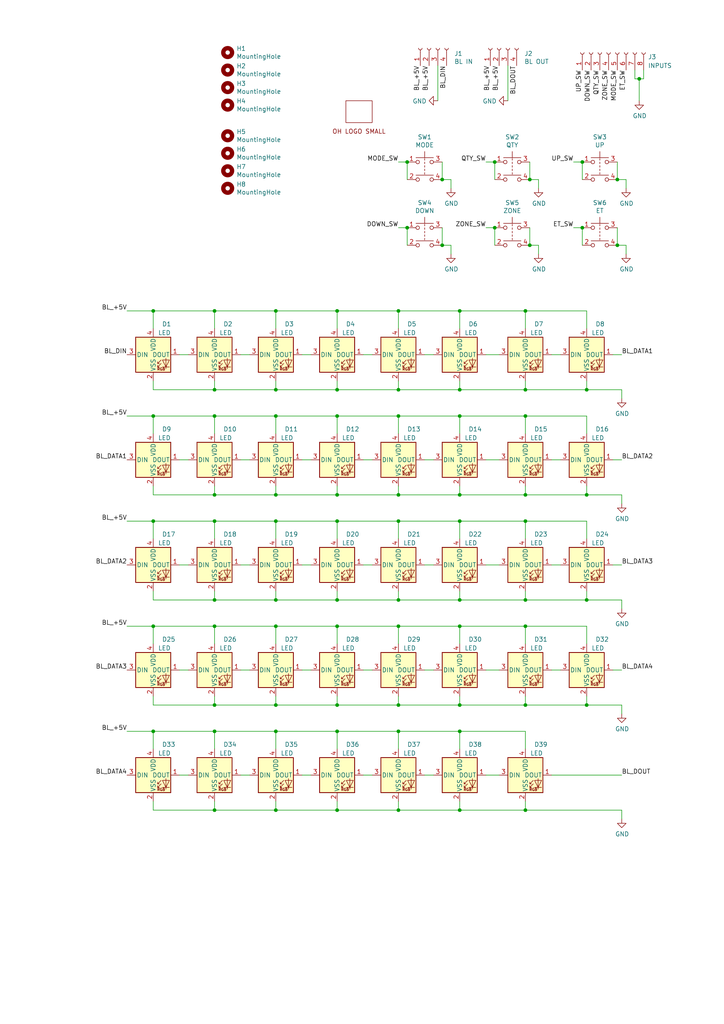
<source format=kicad_sch>
(kicad_sch (version 20211123) (generator eeschema)
  (paper "A4" portrait)
  (title_block (title "Integrated Fuel & Engine Indicator (IFEI)") (date "2021-09-19") (rev "1") (company "www.OpenHornet.com"))
  (lib_symbols
    (symbol "Connector:Conn_01x04_Female" (pin_names (offset 1.016) hide)
      (property "Reference" "J" (at 0 5.08 0))
      (property "Value" "Conn_01x04_Female" (at 0 -7.62 0))
      (symbol "Conn_01x04_Female_1_1"
        (arc (start 0 -4.572) (mid -0.508 -5.08) (end 0 -5.588) (stroke (width 0.1524)))
        (arc (start 0 -2.032) (mid -0.508 -2.54) (end 0 -3.048) (stroke (width 0.1524)))
        (polyline (pts (xy -1.27 -5.08) (xy -0.508 -5.08)) (stroke (width 0.1524)))
        (polyline (pts (xy -1.27 -2.54) (xy -0.508 -2.54)) (stroke (width 0.1524)))
        (polyline (pts (xy -1.27 0) (xy -0.508 0)) (stroke (width 0.1524)))
        (polyline (pts (xy -1.27 2.54) (xy -0.508 2.54)) (stroke (width 0.1524)))
        (arc (start 0 0.508) (mid -0.508 0) (end 0 -0.508) (stroke (width 0.1524)))
        (arc (start 0 3.048) (mid -0.508 2.54) (end 0 2.032) (stroke (width 0.1524)))
        (pin passive line (at -5.08 2.54 0) (length 3.81) (name "Pin_1") (number "1"))
        (pin passive line (at -5.08 0 0) (length 3.81) (name "Pin_2") (number "2"))
        (pin passive line (at -5.08 -2.54 0) (length 3.81) (name "Pin_3") (number "3"))
        (pin passive line (at -5.08 -5.08 0) (length 3.81) (name "Pin_4") (number "4"))
      )
    )
    (symbol "Connector:Conn_01x08_Female" (pin_names (offset 1.016) hide)
      (property "Reference" "J" (at 0 10.16 0))
      (property "Value" "Conn_01x08_Female" (at 0 -12.7 0))
      (symbol "Conn_01x08_Female_1_1"
        (arc (start 0 -9.652) (mid -0.508 -10.16) (end 0 -10.668) (stroke (width 0.1524)))
        (arc (start 0 -7.112) (mid -0.508 -7.62) (end 0 -8.128) (stroke (width 0.1524)))
        (arc (start 0 -4.572) (mid -0.508 -5.08) (end 0 -5.588) (stroke (width 0.1524)))
        (arc (start 0 -2.032) (mid -0.508 -2.54) (end 0 -3.048) (stroke (width 0.1524)))
        (polyline (pts (xy -1.27 -10.16) (xy -0.508 -10.16)) (stroke (width 0.1524)))
        (polyline (pts (xy -1.27 -7.62) (xy -0.508 -7.62)) (stroke (width 0.1524)))
        (polyline (pts (xy -1.27 -5.08) (xy -0.508 -5.08)) (stroke (width 0.1524)))
        (polyline (pts (xy -1.27 -2.54) (xy -0.508 -2.54)) (stroke (width 0.1524)))
        (polyline (pts (xy -1.27 0) (xy -0.508 0)) (stroke (width 0.1524)))
        (polyline (pts (xy -1.27 2.54) (xy -0.508 2.54)) (stroke (width 0.1524)))
        (polyline (pts (xy -1.27 5.08) (xy -0.508 5.08)) (stroke (width 0.1524)))
        (polyline (pts (xy -1.27 7.62) (xy -0.508 7.62)) (stroke (width 0.1524)))
        (arc (start 0 0.508) (mid -0.508 0) (end 0 -0.508) (stroke (width 0.1524)))
        (arc (start 0 3.048) (mid -0.508 2.54) (end 0 2.032) (stroke (width 0.1524)))
        (arc (start 0 5.588) (mid -0.508 5.08) (end 0 4.572) (stroke (width 0.1524)))
        (arc (start 0 8.128) (mid -0.508 7.62) (end 0 7.112) (stroke (width 0.1524)))
        (pin passive line (at -5.08 7.62 0) (length 3.81) (name "Pin_1") (number "1"))
        (pin passive line (at -5.08 5.08 0) (length 3.81) (name "Pin_2") (number "2"))
        (pin passive line (at -5.08 2.54 0) (length 3.81) (name "Pin_3") (number "3"))
        (pin passive line (at -5.08 0 0) (length 3.81) (name "Pin_4") (number "4"))
        (pin passive line (at -5.08 -2.54 0) (length 3.81) (name "Pin_5") (number "5"))
        (pin passive line (at -5.08 -5.08 0) (length 3.81) (name "Pin_6") (number "6"))
        (pin passive line (at -5.08 -7.62 0) (length 3.81) (name "Pin_7") (number "7"))
        (pin passive line (at -5.08 -10.16 0) (length 3.81) (name "Pin_8") (number "8"))
      )
    )
    (symbol "IFEI-rescue:WS2812B-2020-KiCadCustomLib" (pin_names (offset 0.254))
      (property "Reference" "D" (at 5.08 5.715 0))
      (property "Value" "WS2812B-2020-KiCadCustomLib" (at 1.27 -5.715 0))
      (symbol "WS2812B-2020-KiCadCustomLib_0_0"
        (text "RGB" (at 2.286 -4.191 0) (effects (font (size 0.762 0.762))))
      )
      (symbol "WS2812B-2020-KiCadCustomLib_0_1"
        (polyline (pts (xy 1.27 -3.556) (xy 1.778 -3.556)))
        (polyline (pts (xy 1.27 -2.54) (xy 1.778 -2.54)))
        (polyline (pts (xy 4.699 -3.556) (xy 2.667 -3.556)))
        (polyline (pts (xy 2.286 -2.54) (xy 1.27 -3.556) (xy 1.27 -3.048)))
        (polyline (pts (xy 2.286 -1.524) (xy 1.27 -2.54) (xy 1.27 -2.032)))
        (polyline (pts (xy 3.683 -1.016) (xy 3.683 -3.556) (xy 3.683 -4.064)))
        (polyline (pts (xy 4.699 -1.524) (xy 2.667 -1.524) (xy 3.683 -3.556) (xy 4.699 -1.524)))
        (rectangle (start 5.08 5.08) (end -5.08 -5.08) (stroke (width 0.254)) (fill (type background)))
      )
      (symbol "WS2812B-2020-KiCadCustomLib_1_1"
        (pin output line (at 7.62 0 180) (length 2.54) (name "DOUT") (number "1"))
        (pin power_in line (at 0 -7.62 90) (length 2.54) (name "VSS") (number "2"))
        (pin input line (at -7.62 0 0) (length 2.54) (name "DIN") (number "3"))
        (pin power_in line (at 0 7.62 270) (length 2.54) (name "VDD") (number "4"))
      )
    )
    (symbol "KiCadCustomLib:Omron_B3F-1026" (pin_names (offset 1.016) hide)
      (property "Reference" "SW" (at 1.27 2.54 0))
      (property "Value" "Omron_B3F-1026" (at 0 -6.858 0))
      (symbol "Omron_B3F-1026_0_1"
        (circle (center -2.032 -5.08) (radius 0.508))
        (circle (center -2.032 0) (radius 0.508))
        (polyline (pts (xy 0 -3.048) (xy 0 -3.556)))
        (polyline (pts (xy 0 -2.032) (xy 0 -2.54)))
        (polyline (pts (xy 0 -1.524) (xy 0 -1.016)))
        (polyline (pts (xy 0 -0.508) (xy 0 0)))
        (polyline (pts (xy 0 0.508) (xy 0 1.016)))
        (polyline (pts (xy 0 1.27) (xy 0 3.048)))
        (polyline (pts (xy 2.54 -3.81) (xy -2.54 -3.81)))
        (polyline (pts (xy 2.54 1.27) (xy -2.54 1.27)))
        (circle (center 2.032 -5.08) (radius 0.508))
        (circle (center 2.032 0) (radius 0.508))
        (pin passive line (at -5.08 0 0) (length 2.54) (name "1") (number "1"))
        (pin passive line (at -5.08 -5.08 0) (length 2.54) (name "2") (number "2"))
        (pin passive line (at 5.08 0 180) (length 2.54) (name "3") (number "3"))
        (pin passive line (at 5.08 -5.08 180) (length 2.54) (name "4") (number "4"))
      )
    )
    (symbol "KiCadCustomLib:OpenHornetLogoSmall" (pin_numbers hide) (pin_names (offset 0) hide)
      (symbol "OpenHornetLogoSmall_0_0"
        (text "OH LOGO SMALL" (at 0 2.54 0) (effects (font (size 1.27 1.27))))
      )
      (symbol "OpenHornetLogoSmall_0_1"
        (rectangle (start 3.81 5.08) (end -3.81 11.43))
      )
    )
    (symbol "Mechanical:MountingHole" (pin_names (offset 1.016))
      (property "Reference" "H" (at 0 5.08 0))
      (property "Value" "MountingHole" (at 0 3.175 0))
      (symbol "MountingHole_0_1"
        (circle (center 0 0) (radius 1.27) (stroke (width 1.27)))
      )
    )
    (symbol "power:GND" (power) (pin_names (offset 0))
      (property "Value" "GND" (at 0 -3.81 0))
      (symbol "GND_0_1"
        (polyline (pts (xy 0 0) (xy 0 -1.27) (xy 1.27 -1.27) (xy 0 -2.54) (xy -1.27 -1.27) (xy 0 -1.27)))
      )
      (symbol "GND_1_1"
        (pin power_in line (at 0 0 270) (length 0) hide (name "GND") (number "1"))
      )
    )
  )
  (junction (at 115.57 113.03))
  (junction (at 133.35 120.65))
  (junction (at 97.79 234.95))
  (junction (at 44.45 181.61))
  (junction (at 62.23 120.65))
  (junction (at 97.79 212.09))
  (junction (at 118.11 46.99))
  (junction (at 152.4 181.61))
  (junction (at 179.07 52.07))
  (junction (at 115.57 173.99))
  (junction (at 62.23 151.13))
  (junction (at 97.79 113.03))
  (junction (at 128.27 71.12))
  (junction (at 179.07 71.12))
  (junction (at 152.4 113.03))
  (junction (at 115.57 234.95))
  (junction (at 80.01 234.95))
  (junction (at 44.45 212.09))
  (junction (at 97.79 181.61))
  (junction (at 62.23 181.61))
  (junction (at 168.91 66.04))
  (junction (at 115.57 212.09))
  (junction (at 62.23 204.47))
  (junction (at 152.4 204.47))
  (junction (at 115.57 143.51))
  (junction (at 80.01 212.09))
  (junction (at 80.01 120.65))
  (junction (at 118.11 66.04))
  (junction (at 97.79 204.47))
  (junction (at 62.23 113.03))
  (junction (at 97.79 143.51))
  (junction (at 44.45 120.65))
  (junction (at 133.35 173.99))
  (junction (at 128.27 52.07))
  (junction (at 152.4 151.13))
  (junction (at 133.35 212.09))
  (junction (at 80.01 151.13))
  (junction (at 153.67 52.07))
  (junction (at 115.57 90.17))
  (junction (at 143.51 46.99))
  (junction (at 115.57 151.13))
  (junction (at 170.18 143.51))
  (junction (at 133.35 151.13))
  (junction (at 115.57 120.65))
  (junction (at 115.57 204.47))
  (junction (at 133.35 90.17))
  (junction (at 97.79 151.13))
  (junction (at 170.18 113.03))
  (junction (at 133.35 204.47))
  (junction (at 80.01 113.03))
  (junction (at 133.35 234.95))
  (junction (at 153.67 71.12))
  (junction (at 62.23 173.99))
  (junction (at 152.4 90.17))
  (junction (at 170.18 204.47))
  (junction (at 152.4 173.99))
  (junction (at 185.42 22.86))
  (junction (at 97.79 90.17))
  (junction (at 44.45 90.17))
  (junction (at 97.79 173.99))
  (junction (at 62.23 234.95))
  (junction (at 133.35 113.03))
  (junction (at 80.01 173.99))
  (junction (at 62.23 143.51))
  (junction (at 62.23 212.09))
  (junction (at 143.51 66.04))
  (junction (at 168.91 46.99))
  (junction (at 133.35 181.61))
  (junction (at 44.45 151.13))
  (junction (at 62.23 90.17))
  (junction (at 97.79 120.65))
  (junction (at 80.01 181.61))
  (junction (at 152.4 234.95))
  (junction (at 80.01 143.51))
  (junction (at 152.4 120.65))
  (junction (at 170.18 173.99))
  (junction (at 80.01 90.17))
  (junction (at 80.01 204.47))
  (junction (at 115.57 181.61))
  (junction (at 133.35 143.51))
  (junction (at 152.4 143.51))
  (wire (pts (xy 160.02 133.35) (xy 162.56 133.35)))
  (wire (pts (xy 97.79 125.73) (xy 97.79 120.65)))
  (wire (pts (xy 80.01 125.73) (xy 80.01 120.65)))
  (wire (pts (xy 170.18 95.25) (xy 170.18 90.17)))
  (wire (pts (xy 185.42 22.86) (xy 186.69 22.86)))
  (wire (pts (xy 80.01 143.51) (xy 97.79 143.51)))
  (wire (pts (xy 44.45 171.45) (xy 44.45 173.99)))
  (wire (pts (xy 184.15 22.86) (xy 185.42 22.86)))
  (wire (pts (xy 140.97 163.83) (xy 144.78 163.83)))
  (wire (pts (xy 177.8 133.35) (xy 180.34 133.35)))
  (wire (pts (xy 185.42 22.86) (xy 185.42 29.21)))
  (wire (pts (xy 80.01 90.17) (xy 97.79 90.17)))
  (wire (pts (xy 115.57 110.49) (xy 115.57 113.03)))
  (wire (pts (xy 160.02 224.79) (xy 180.34 224.79)))
  (wire (pts (xy 62.23 173.99) (xy 80.01 173.99)))
  (wire (pts (xy 44.45 204.47) (xy 62.23 204.47)))
  (wire (pts (xy 133.35 120.65) (xy 152.4 120.65)))
  (wire (pts (xy 69.85 163.83) (xy 72.39 163.83)))
  (wire (pts (xy 160.02 102.87) (xy 162.56 102.87)))
  (wire (pts (xy 166.37 66.04) (xy 168.91 66.04)))
  (wire (pts (xy 52.07 102.87) (xy 54.61 102.87)))
  (wire (pts (xy 44.45 173.99) (xy 62.23 173.99)))
  (wire (pts (xy 115.57 90.17) (xy 133.35 90.17)))
  (wire (pts (xy 133.35 95.25) (xy 133.35 90.17)))
  (wire (pts (xy 69.85 194.31) (xy 72.39 194.31)))
  (wire (pts (xy 115.57 143.51) (xy 133.35 143.51)))
  (wire (pts (xy 80.01 173.99) (xy 97.79 173.99)))
  (wire (pts (xy 97.79 217.17) (xy 97.79 212.09)))
  (wire (pts (xy 152.4 156.21) (xy 152.4 151.13)))
  (wire (pts (xy 36.83 90.17) (xy 44.45 90.17)))
  (wire (pts (xy 152.4 181.61) (xy 170.18 181.61)))
  (wire (pts (xy 105.41 163.83) (xy 107.95 163.83)))
  (wire (pts (xy 62.23 232.41) (xy 62.23 234.95)))
  (wire (pts (xy 97.79 140.97) (xy 97.79 143.51)))
  (wire (pts (xy 181.61 71.12) (xy 179.07 71.12)))
  (wire (pts (xy 152.4 120.65) (xy 170.18 120.65)))
  (wire (pts (xy 105.41 194.31) (xy 107.95 194.31)))
  (wire (pts (xy 180.34 143.51) (xy 180.34 146.05)))
  (wire (pts (xy 156.21 54.61) (xy 156.21 52.07)))
  (wire (pts (xy 133.35 204.47) (xy 152.4 204.47)))
  (wire (pts (xy 44.45 186.69) (xy 44.45 181.61)))
  (wire (pts (xy 133.35 201.93) (xy 133.35 204.47)))
  (wire (pts (xy 186.69 22.86) (xy 186.69 20.32)))
  (wire (pts (xy 44.45 90.17) (xy 62.23 90.17)))
  (wire (pts (xy 166.37 46.99) (xy 168.91 46.99)))
  (wire (pts (xy 123.19 224.79) (xy 125.73 224.79)))
  (wire (pts (xy 153.67 52.07) (xy 153.67 46.99)))
  (wire (pts (xy 80.01 110.49) (xy 80.01 113.03)))
  (wire (pts (xy 115.57 186.69) (xy 115.57 181.61)))
  (wire (pts (xy 133.35 234.95) (xy 152.4 234.95)))
  (wire (pts (xy 80.01 212.09) (xy 97.79 212.09)))
  (wire (pts (xy 152.4 173.99) (xy 170.18 173.99)))
  (wire (pts (xy 140.97 133.35) (xy 144.78 133.35)))
  (wire (pts (xy 52.07 133.35) (xy 54.61 133.35)))
  (wire (pts (xy 36.83 181.61) (xy 44.45 181.61)))
  (wire (pts (xy 44.45 212.09) (xy 62.23 212.09)))
  (wire (pts (xy 97.79 186.69) (xy 97.79 181.61)))
  (wire (pts (xy 44.45 140.97) (xy 44.45 143.51)))
  (wire (pts (xy 97.79 113.03) (xy 115.57 113.03)))
  (wire (pts (xy 36.83 151.13) (xy 44.45 151.13)))
  (wire (pts (xy 133.35 143.51) (xy 152.4 143.51)))
  (wire (pts (xy 115.57 173.99) (xy 133.35 173.99)))
  (wire (pts (xy 52.07 194.31) (xy 54.61 194.31)))
  (wire (pts (xy 152.4 140.97) (xy 152.4 143.51)))
  (wire (pts (xy 44.45 156.21) (xy 44.45 151.13)))
  (wire (pts (xy 115.57 181.61) (xy 133.35 181.61)))
  (wire (pts (xy 127 19.05) (xy 127 29.21)))
  (wire (pts (xy 181.61 54.61) (xy 181.61 52.07)))
  (wire (pts (xy 133.35 140.97) (xy 133.35 143.51)))
  (wire (pts (xy 130.81 54.61) (xy 130.81 52.07)))
  (wire (pts (xy 140.97 224.79) (xy 144.78 224.79)))
  (wire (pts (xy 80.01 120.65) (xy 97.79 120.65)))
  (wire (pts (xy 130.81 52.07) (xy 128.27 52.07)))
  (wire (pts (xy 118.11 46.99) (xy 118.11 52.07)))
  (wire (pts (xy 97.79 173.99) (xy 115.57 173.99)))
  (wire (pts (xy 133.35 232.41) (xy 133.35 234.95)))
  (wire (pts (xy 123.19 194.31) (xy 125.73 194.31)))
  (wire (pts (xy 44.45 232.41) (xy 44.45 234.95)))
  (wire (pts (xy 44.45 120.65) (xy 62.23 120.65)))
  (wire (pts (xy 170.18 140.97) (xy 170.18 143.51)))
  (wire (pts (xy 152.4 234.95) (xy 180.34 234.95)))
  (wire (pts (xy 156.21 52.07) (xy 153.67 52.07)))
  (wire (pts (xy 153.67 71.12) (xy 153.67 66.04)))
  (wire (pts (xy 179.07 52.07) (xy 179.07 46.99)))
  (wire (pts (xy 62.23 113.03) (xy 80.01 113.03)))
  (wire (pts (xy 44.45 181.61) (xy 62.23 181.61)))
  (wire (pts (xy 115.57 95.25) (xy 115.57 90.17)))
  (wire (pts (xy 115.57 46.99) (xy 118.11 46.99)))
  (wire (pts (xy 118.11 66.04) (xy 118.11 71.12)))
  (wire (pts (xy 152.4 113.03) (xy 170.18 113.03)))
  (wire (pts (xy 80.01 95.25) (xy 80.01 90.17)))
  (wire (pts (xy 97.79 204.47) (xy 115.57 204.47)))
  (wire (pts (xy 180.34 234.95) (xy 180.34 237.49)))
  (wire (pts (xy 177.8 102.87) (xy 180.34 102.87)))
  (wire (pts (xy 133.35 171.45) (xy 133.35 173.99)))
  (wire (pts (xy 97.79 234.95) (xy 115.57 234.95)))
  (wire (pts (xy 177.8 163.83) (xy 180.34 163.83)))
  (wire (pts (xy 87.63 163.83) (xy 90.17 163.83)))
  (wire (pts (xy 170.18 173.99) (xy 180.34 173.99)))
  (wire (pts (xy 36.83 212.09) (xy 44.45 212.09)))
  (wire (pts (xy 97.79 212.09) (xy 115.57 212.09)))
  (wire (pts (xy 97.79 232.41) (xy 97.79 234.95)))
  (wire (pts (xy 143.51 46.99) (xy 143.51 52.07)))
  (wire (pts (xy 97.79 181.61) (xy 115.57 181.61)))
  (wire (pts (xy 160.02 163.83) (xy 162.56 163.83)))
  (wire (pts (xy 180.34 204.47) (xy 180.34 207.01)))
  (wire (pts (xy 181.61 73.66) (xy 181.61 71.12)))
  (wire (pts (xy 62.23 201.93) (xy 62.23 204.47)))
  (wire (pts (xy 62.23 140.97) (xy 62.23 143.51)))
  (wire (pts (xy 80.01 113.03) (xy 97.79 113.03)))
  (wire (pts (xy 80.01 171.45) (xy 80.01 173.99)))
  (wire (pts (xy 80.01 204.47) (xy 97.79 204.47)))
  (wire (pts (xy 170.18 204.47) (xy 180.34 204.47)))
  (wire (pts (xy 69.85 102.87) (xy 72.39 102.87)))
  (wire (pts (xy 160.02 194.31) (xy 162.56 194.31)))
  (wire (pts (xy 140.97 46.99) (xy 143.51 46.99)))
  (wire (pts (xy 44.45 110.49) (xy 44.45 113.03)))
  (wire (pts (xy 140.97 66.04) (xy 143.51 66.04)))
  (wire (pts (xy 152.4 90.17) (xy 170.18 90.17)))
  (wire (pts (xy 180.34 113.03) (xy 180.34 115.57)))
  (wire (pts (xy 130.81 71.12) (xy 128.27 71.12)))
  (wire (pts (xy 170.18 171.45) (xy 170.18 173.99)))
  (wire (pts (xy 152.4 143.51) (xy 170.18 143.51)))
  (wire (pts (xy 62.23 217.17) (xy 62.23 212.09)))
  (wire (pts (xy 181.61 52.07) (xy 179.07 52.07)))
  (wire (pts (xy 170.18 143.51) (xy 180.34 143.51)))
  (wire (pts (xy 130.81 73.66) (xy 130.81 71.12)))
  (wire (pts (xy 62.23 125.73) (xy 62.23 120.65)))
  (wire (pts (xy 115.57 156.21) (xy 115.57 151.13)))
  (wire (pts (xy 115.57 120.65) (xy 133.35 120.65)))
  (wire (pts (xy 123.19 163.83) (xy 125.73 163.83)))
  (wire (pts (xy 152.4 125.73) (xy 152.4 120.65)))
  (wire (pts (xy 52.07 224.79) (xy 54.61 224.79)))
  (wire (pts (xy 97.79 110.49) (xy 97.79 113.03)))
  (wire (pts (xy 44.45 201.93) (xy 44.45 204.47)))
  (wire (pts (xy 80.01 140.97) (xy 80.01 143.51)))
  (wire (pts (xy 170.18 110.49) (xy 170.18 113.03)))
  (wire (pts (xy 170.18 113.03) (xy 180.34 113.03)))
  (wire (pts (xy 62.23 95.25) (xy 62.23 90.17)))
  (wire (pts (xy 97.79 95.25) (xy 97.79 90.17)))
  (wire (pts (xy 87.63 194.31) (xy 90.17 194.31)))
  (wire (pts (xy 170.18 125.73) (xy 170.18 120.65)))
  (wire (pts (xy 133.35 110.49) (xy 133.35 113.03)))
  (wire (pts (xy 115.57 204.47) (xy 133.35 204.47)))
  (wire (pts (xy 97.79 143.51) (xy 115.57 143.51)))
  (wire (pts (xy 80.01 181.61) (xy 97.79 181.61)))
  (wire (pts (xy 80.01 186.69) (xy 80.01 181.61)))
  (wire (pts (xy 133.35 90.17) (xy 152.4 90.17)))
  (wire (pts (xy 140.97 194.31) (xy 144.78 194.31)))
  (wire (pts (xy 62.23 120.65) (xy 80.01 120.65)))
  (wire (pts (xy 152.4 204.47) (xy 170.18 204.47)))
  (wire (pts (xy 133.35 173.99) (xy 152.4 173.99)))
  (wire (pts (xy 115.57 212.09) (xy 133.35 212.09)))
  (wire (pts (xy 152.4 201.93) (xy 152.4 204.47)))
  (wire (pts (xy 184.15 20.32) (xy 184.15 22.86)))
  (wire (pts (xy 36.83 120.65) (xy 44.45 120.65)))
  (wire (pts (xy 170.18 201.93) (xy 170.18 204.47)))
  (wire (pts (xy 115.57 66.04) (xy 118.11 66.04)))
  (wire (pts (xy 97.79 201.93) (xy 97.79 204.47)))
  (wire (pts (xy 69.85 224.79) (xy 72.39 224.79)))
  (wire (pts (xy 97.79 90.17) (xy 115.57 90.17)))
  (wire (pts (xy 52.07 163.83) (xy 54.61 163.83)))
  (wire (pts (xy 115.57 234.95) (xy 133.35 234.95)))
  (wire (pts (xy 179.07 71.12) (xy 179.07 66.04)))
  (wire (pts (xy 62.23 151.13) (xy 80.01 151.13)))
  (wire (pts (xy 133.35 217.17) (xy 133.35 212.09)))
  (wire (pts (xy 152.4 186.69) (xy 152.4 181.61)))
  (wire (pts (xy 80.01 201.93) (xy 80.01 204.47)))
  (wire (pts (xy 133.35 113.03) (xy 152.4 113.03)))
  (wire (pts (xy 152.4 151.13) (xy 170.18 151.13)))
  (wire (pts (xy 152.4 232.41) (xy 152.4 234.95)))
  (wire (pts (xy 62.23 90.17) (xy 80.01 90.17)))
  (wire (pts (xy 156.21 71.12) (xy 153.67 71.12)))
  (wire (pts (xy 87.63 102.87) (xy 90.17 102.87)))
  (wire (pts (xy 44.45 95.25) (xy 44.45 90.17)))
  (wire (pts (xy 170.18 186.69) (xy 170.18 181.61)))
  (wire (pts (xy 105.41 224.79) (xy 107.95 224.79)))
  (wire (pts (xy 133.35 212.09) (xy 152.4 212.09)))
  (wire (pts (xy 147.32 29.21) (xy 147.32 19.05)))
  (wire (pts (xy 87.63 224.79) (xy 90.17 224.79)))
  (wire (pts (xy 80.01 151.13) (xy 97.79 151.13)))
  (wire (pts (xy 156.21 73.66) (xy 156.21 71.12)))
  (wire (pts (xy 128.27 52.07) (xy 128.27 46.99)))
  (wire (pts (xy 80.01 156.21) (xy 80.01 151.13)))
  (wire (pts (xy 62.23 171.45) (xy 62.23 173.99)))
  (wire (pts (xy 44.45 217.17) (xy 44.45 212.09)))
  (wire (pts (xy 115.57 201.93) (xy 115.57 204.47)))
  (wire (pts (xy 62.23 186.69) (xy 62.23 181.61)))
  (wire (pts (xy 80.01 217.17) (xy 80.01 212.09)))
  (wire (pts (xy 62.23 181.61) (xy 80.01 181.61)))
  (wire (pts (xy 44.45 151.13) (xy 62.23 151.13)))
  (wire (pts (xy 44.45 143.51) (xy 62.23 143.51)))
  (wire (pts (xy 105.41 133.35) (xy 107.95 133.35)))
  (wire (pts (xy 62.23 156.21) (xy 62.23 151.13)))
  (wire (pts (xy 97.79 151.13) (xy 115.57 151.13)))
  (wire (pts (xy 143.51 66.04) (xy 143.51 71.12)))
  (wire (pts (xy 44.45 125.73) (xy 44.45 120.65)))
  (wire (pts (xy 87.63 133.35) (xy 90.17 133.35)))
  (wire (pts (xy 44.45 234.95) (xy 62.23 234.95)))
  (wire (pts (xy 62.23 143.51) (xy 80.01 143.51)))
  (wire (pts (xy 128.27 71.12) (xy 128.27 66.04)))
  (wire (pts (xy 115.57 232.41) (xy 115.57 234.95)))
  (wire (pts (xy 97.79 171.45) (xy 97.79 173.99)))
  (wire (pts (xy 62.23 110.49) (xy 62.23 113.03)))
  (wire (pts (xy 97.79 120.65) (xy 115.57 120.65)))
  (wire (pts (xy 133.35 181.61) (xy 152.4 181.61)))
  (wire (pts (xy 115.57 125.73) (xy 115.57 120.65)))
  (wire (pts (xy 168.91 46.99) (xy 168.91 52.07)))
  (wire (pts (xy 152.4 110.49) (xy 152.4 113.03)))
  (wire (pts (xy 115.57 171.45) (xy 115.57 173.99)))
  (wire (pts (xy 44.45 113.03) (xy 62.23 113.03)))
  (wire (pts (xy 152.4 171.45) (xy 152.4 173.99)))
  (wire (pts (xy 177.8 194.31) (xy 180.34 194.31)))
  (wire (pts (xy 123.19 133.35) (xy 125.73 133.35)))
  (wire (pts (xy 133.35 125.73) (xy 133.35 120.65)))
  (wire (pts (xy 62.23 204.47) (xy 80.01 204.47)))
  (wire (pts (xy 140.97 102.87) (xy 144.78 102.87)))
  (wire (pts (xy 180.34 173.99) (xy 180.34 176.53)))
  (wire (pts (xy 168.91 66.04) (xy 168.91 71.12)))
  (wire (pts (xy 115.57 217.17) (xy 115.57 212.09)))
  (wire (pts (xy 115.57 140.97) (xy 115.57 143.51)))
  (wire (pts (xy 152.4 95.25) (xy 152.4 90.17)))
  (wire (pts (xy 170.18 156.21) (xy 170.18 151.13)))
  (wire (pts (xy 80.01 232.41) (xy 80.01 234.95)))
  (wire (pts (xy 133.35 156.21) (xy 133.35 151.13)))
  (wire (pts (xy 69.85 133.35) (xy 72.39 133.35)))
  (wire (pts (xy 133.35 151.13) (xy 152.4 151.13)))
  (wire (pts (xy 123.19 102.87) (xy 125.73 102.87)))
  (wire (pts (xy 80.01 234.95) (xy 97.79 234.95)))
  (wire (pts (xy 133.35 186.69) (xy 133.35 181.61)))
  (wire (pts (xy 105.41 102.87) (xy 107.95 102.87)))
  (wire (pts (xy 97.79 156.21) (xy 97.79 151.13)))
  (wire (pts (xy 115.57 113.03) (xy 133.35 113.03)))
  (wire (pts (xy 62.23 234.95) (xy 80.01 234.95)))
  (wire (pts (xy 115.57 151.13) (xy 133.35 151.13)))
  (wire (pts (xy 152.4 217.17) (xy 152.4 212.09)))
  (wire (pts (xy 62.23 212.09) (xy 80.01 212.09)))
  (label "BL_DATA1" (at 36.83 133.35 180))
  (label "BL_DATA3" (at 180.34 163.83 0))
  (label "QTY_SW" (at 173.99 20.32 270))
  (label "ET_SW" (at 181.61 20.32 270))
  (label "BL_+5V" (at 121.92 19.05 270))
  (label "BL_DATA4" (at 180.34 194.31 0))
  (label "BL_+5V" (at 36.83 181.61 180))
  (label "ZONE_SW" (at 176.53 20.32 270))
  (label "MODE_SW" (at 179.07 20.32 270))
  (label "BL_DOUT" (at 149.86 19.05 270))
  (label "BL_+5V" (at 36.83 90.17 180))
  (label "BL_DIN" (at 129.54 19.05 270))
  (label "MODE_SW" (at 115.57 46.99 180))
  (label "BL_+5V" (at 142.24 19.05 270))
  (label "BL_+5V" (at 124.46 19.05 270))
  (label "BL_DATA3" (at 36.83 194.31 180))
  (label "BL_DATA2" (at 180.34 133.35 0))
  (label "BL_DATA2" (at 36.83 163.83 180))
  (label "DOWN_SW" (at 171.45 20.32 270))
  (label "QTY_SW" (at 140.97 46.99 180))
  (label "BL_DOUT" (at 180.34 224.79 0))
  (label "BL_+5V" (at 36.83 151.13 180))
  (label "ET_SW" (at 166.37 66.04 180))
  (label "BL_+5V" (at 36.83 120.65 180))
  (label "UP_SW" (at 166.37 46.99 180))
  (label "ZONE_SW" (at 140.97 66.04 180))
  (label "BL_DIN" (at 36.83 102.87 180))
  (label "BL_DATA1" (at 180.34 102.87 0))
  (label "BL_+5V" (at 144.78 19.05 270))
  (label "BL_DATA4" (at 36.83 224.79 180))
  (label "DOWN_SW" (at 115.57 66.04 180))
  (label "BL_+5V" (at 36.83 212.09 180))
  (label "UP_SW" (at 168.91 20.32 270))
  (symbol (lib_id "power:GND") (at 130.81 54.61 0) (unit 1)
    (property "Reference" "#PWR04" (effects hide))
    (property "Value" "GND" (at 130.937 59.0042 0))
  )
  (symbol (lib_id "Connector:Conn_01x04_Female") (at 124.46 13.97 90) (unit 1)
    (property "Reference" "J1" (at 131.7752 15.5448 90) (effects (justify right)))
    (property "Value" "BL IN" (at 131.7752 17.8562 90) (effects (justify right)))
    (property "Footprint" "Connector_Molex:Molex_Mini-Fit_Jr_5566-04A_2x02_P4.20mm_Vertical" (effects hide))
  )
  (symbol (lib_id "Connector:Conn_01x04_Female") (at 144.78 13.97 90) (unit 1)
    (property "Reference" "J2" (at 152.0952 15.5448 90) (effects (justify right)))
    (property "Value" "BL OUT" (at 152.0952 17.8562 90) (effects (justify right)))
    (property "Footprint" "Connector_Molex:Molex_Mini-Fit_Jr_5566-04A_2x02_P4.20mm_Vertical" (effects hide))
  )
  (symbol (lib_id "power:GND") (at 127 29.21 270) (unit 1)
    (property "Reference" "#PWR01" (effects hide))
    (property "Value" "GND" (at 123.7488 29.337 90) (effects (justify right)))
  )
  (symbol (lib_id "Connector:Conn_01x08_Female") (at 176.53 15.24 90) (unit 1)
    (property "Reference" "J3" (at 187.96 16.51 90) (effects (justify right)))
    (property "Value" "INPUTS" (at 187.96 19.05 90) (effects (justify right)))
    (property "Footprint" "Connector_PinHeader_2.54mm:PinHeader_2x04_P2.54mm_Vertical" (effects hide))
  )
  (symbol (lib_id "power:GND") (at 147.32 29.21 270) (unit 1)
    (property "Reference" "#PWR02" (effects hide))
    (property "Value" "GND" (at 144.0688 29.337 90) (effects (justify right)))
  )
  (symbol (lib_id "Mechanical:MountingHole") (at 66.04 20.32 0) (unit 1)
    (property "Reference" "H2" (at 68.58 19.1516 0) (effects (justify left)))
    (property "Value" "MountingHole" (at 68.58 21.463 0) (effects (justify left)))
    (property "Footprint" "MountingHole:MountingHole_4.5mm" (effects hide))
  )
  (symbol (lib_id "Mechanical:MountingHole") (at 66.04 25.4 0) (unit 1)
    (property "Reference" "H3" (at 68.58 24.2316 0) (effects (justify left)))
    (property "Value" "MountingHole" (at 68.58 26.543 0) (effects (justify left)))
    (property "Footprint" "MountingHole:MountingHole_4.5mm" (effects hide))
  )
  (symbol (lib_id "Mechanical:MountingHole") (at 66.04 30.48 0) (unit 1)
    (property "Reference" "H4" (at 68.58 29.3116 0) (effects (justify left)))
    (property "Value" "MountingHole" (at 68.58 31.623 0) (effects (justify left)))
    (property "Footprint" "MountingHole:MountingHole_4.5mm" (effects hide))
  )
  (symbol (lib_id "power:GND") (at 181.61 73.66 0) (unit 1)
    (property "Reference" "#PWR09" (effects hide))
    (property "Value" "GND" (at 181.737 78.0542 0))
  )
  (symbol (lib_id "KiCadCustomLib:Omron_B3F-1026") (at 173.99 66.04 0) (unit 1)
    (property "Reference" "SW6" (at 173.99 58.801 0))
    (property "Value" "ET" (at 173.99 61.1124 0))
    (property "Footprint" "Button_Switch_THT:SW_TH_Tactile_Omron_B3F-10xx" (effects hide))
  )
  (symbol (lib_id "KiCadCustomLib:Omron_B3F-1026") (at 123.19 46.99 0) (unit 1)
    (property "Reference" "SW1" (at 123.19 39.751 0))
    (property "Value" "MODE" (at 123.19 42.0624 0))
    (property "Footprint" "Button_Switch_THT:SW_TH_Tactile_Omron_B3F-10xx" (effects hide))
  )
  (symbol (lib_id "power:GND") (at 156.21 54.61 0) (unit 1)
    (property "Reference" "#PWR05" (effects hide))
    (property "Value" "GND" (at 156.337 59.0042 0))
  )
  (symbol (lib_id "KiCadCustomLib:Omron_B3F-1026") (at 148.59 46.99 0) (unit 1)
    (property "Reference" "SW2" (at 148.59 39.751 0))
    (property "Value" "QTY" (at 148.59 42.0624 0))
    (property "Footprint" "Button_Switch_THT:SW_TH_Tactile_Omron_B3F-10xx" (effects hide))
  )
  (symbol (lib_id "power:GND") (at 181.61 54.61 0) (unit 1)
    (property "Reference" "#PWR06" (effects hide))
    (property "Value" "GND" (at 181.737 59.0042 0))
  )
  (symbol (lib_id "KiCadCustomLib:Omron_B3F-1026") (at 173.99 46.99 0) (unit 1)
    (property "Reference" "SW3" (at 173.99 39.751 0))
    (property "Value" "UP" (at 173.99 42.0624 0))
    (property "Footprint" "Button_Switch_THT:SW_TH_Tactile_Omron_B3F-10xx" (effects hide))
  )
  (symbol (lib_id "power:GND") (at 130.81 73.66 0) (unit 1)
    (property "Reference" "#PWR07" (effects hide))
    (property "Value" "GND" (at 130.937 78.0542 0))
  )
  (symbol (lib_id "KiCadCustomLib:Omron_B3F-1026") (at 123.19 66.04 0) (unit 1)
    (property "Reference" "SW4" (at 123.19 58.801 0))
    (property "Value" "DOWN" (at 123.19 61.1124 0))
    (property "Footprint" "Button_Switch_THT:SW_TH_Tactile_Omron_B3F-10xx" (effects hide))
  )
  (symbol (lib_id "power:GND") (at 156.21 73.66 0) (unit 1)
    (property "Reference" "#PWR08" (effects hide))
    (property "Value" "GND" (at 156.337 78.0542 0))
  )
  (symbol (lib_id "KiCadCustomLib:Omron_B3F-1026") (at 148.59 66.04 0) (unit 1)
    (property "Reference" "SW5" (at 148.59 58.801 0))
    (property "Value" "ZONE" (at 148.59 61.1124 0))
    (property "Footprint" "Button_Switch_THT:SW_TH_Tactile_Omron_B3F-10xx" (effects hide))
  )
  (symbol (lib_id "power:GND") (at 185.42 29.21 0) (unit 1)
    (property "Reference" "#PWR03" (effects hide))
    (property "Value" "GND" (at 185.547 33.6042 0))
  )
  (symbol (lib_id "IFEI-rescue:WS2812B-2020-KiCadCustomLib") (at 97.79 102.87 0) (unit 1)
    (property "Reference" "D4" (at 100.33 93.98 0) (effects (justify left)))
    (property "Value" "LED" (at 102.87 96.52 0) (effects (justify right)))
    (property "Footprint" "KiCAD Libraries:WS2812-2020" (effects hide))
    (property "Datasheet" "https://www.mouser.com/pdfDocs/WS2812B-2020_V10_EN_181106150240761.pdf" (effects hide))
    (property "LCSC" "C965555" (effects hide))
  )
  (symbol (lib_id "IFEI-rescue:WS2812B-2020-KiCadCustomLib") (at 115.57 102.87 0) (unit 1)
    (property "Reference" "D5" (at 118.11 93.98 0) (effects (justify left)))
    (property "Value" "LED" (at 120.65 96.52 0) (effects (justify right)))
    (property "Footprint" "KiCAD Libraries:WS2812-2020" (effects hide))
    (property "Datasheet" "https://www.mouser.com/pdfDocs/WS2812B-2020_V10_EN_181106150240761.pdf" (effects hide))
    (property "LCSC" "C965555" (effects hide))
  )
  (symbol (lib_id "IFEI-rescue:WS2812B-2020-KiCadCustomLib") (at 133.35 102.87 0) (unit 1)
    (property "Reference" "D6" (at 135.89 93.98 0) (effects (justify left)))
    (property "Value" "LED" (at 138.43 96.52 0) (effects (justify right)))
    (property "Footprint" "KiCAD Libraries:WS2812-2020" (effects hide))
    (property "Datasheet" "https://www.mouser.com/pdfDocs/WS2812B-2020_V10_EN_181106150240761.pdf" (effects hide))
    (property "LCSC" "C965555" (effects hide))
  )
  (symbol (lib_id "IFEI-rescue:WS2812B-2020-KiCadCustomLib") (at 152.4 102.87 0) (unit 1)
    (property "Reference" "D7" (at 154.94 93.98 0) (effects (justify left)))
    (property "Value" "LED" (at 157.48 96.52 0) (effects (justify right)))
    (property "Footprint" "KiCAD Libraries:WS2812-2020" (effects hide))
    (property "Datasheet" "https://www.mouser.com/pdfDocs/WS2812B-2020_V10_EN_181106150240761.pdf" (effects hide))
    (property "LCSC" "C965555" (effects hide))
  )
  (symbol (lib_id "IFEI-rescue:WS2812B-2020-KiCadCustomLib") (at 170.18 102.87 0) (unit 1)
    (property "Reference" "D8" (at 172.72 93.98 0) (effects (justify left)))
    (property "Value" "LED" (at 175.26 96.52 0) (effects (justify right)))
    (property "Footprint" "KiCAD Libraries:WS2812-2020" (effects hide))
    (property "Datasheet" "https://www.mouser.com/pdfDocs/WS2812B-2020_V10_EN_181106150240761.pdf" (effects hide))
    (property "LCSC" "C965555" (effects hide))
  )
  (symbol (lib_id "power:GND") (at 180.34 115.57 0) (unit 1)
    (property "Reference" "#PWR010" (effects hide))
    (property "Value" "GND" (at 180.467 119.9642 0))
  )
  (symbol (lib_id "IFEI-rescue:WS2812B-2020-KiCadCustomLib") (at 44.45 133.35 0) (unit 1)
    (property "Reference" "D9" (at 46.99 124.46 0) (effects (justify left)))
    (property "Value" "LED" (at 49.53 127 0) (effects (justify right)))
    (property "Footprint" "KiCAD Libraries:WS2812-2020" (effects hide))
    (property "Datasheet" "https://www.mouser.com/pdfDocs/WS2812B-2020_V10_EN_181106150240761.pdf" (effects hide))
    (property "LCSC" "C965555" (effects hide))
  )
  (symbol (lib_id "IFEI-rescue:WS2812B-2020-KiCadCustomLib") (at 62.23 133.35 0) (unit 1)
    (property "Reference" "D10" (at 64.77 124.46 0) (effects (justify left)))
    (property "Value" "LED" (at 67.31 127 0) (effects (justify right)))
    (property "Footprint" "KiCAD Libraries:WS2812-2020" (effects hide))
    (property "Datasheet" "https://www.mouser.com/pdfDocs/WS2812B-2020_V10_EN_181106150240761.pdf" (effects hide))
    (property "LCSC" "C965555" (effects hide))
  )
  (symbol (lib_id "IFEI-rescue:WS2812B-2020-KiCadCustomLib") (at 80.01 133.35 0) (unit 1)
    (property "Reference" "D11" (at 82.55 124.46 0) (effects (justify left)))
    (property "Value" "LED" (at 85.09 127 0) (effects (justify right)))
    (property "Footprint" "KiCAD Libraries:WS2812-2020" (effects hide))
    (property "Datasheet" "https://www.mouser.com/pdfDocs/WS2812B-2020_V10_EN_181106150240761.pdf" (effects hide))
    (property "LCSC" "C965555" (effects hide))
  )
  (symbol (lib_id "IFEI-rescue:WS2812B-2020-KiCadCustomLib") (at 152.4 133.35 0) (unit 1)
    (property "Reference" "D15" (at 154.94 124.46 0) (effects (justify left)))
    (property "Value" "LED" (at 157.48 127 0) (effects (justify right)))
    (property "Footprint" "KiCAD Libraries:WS2812-2020" (effects hide))
    (property "Datasheet" "https://www.mouser.com/pdfDocs/WS2812B-2020_V10_EN_181106150240761.pdf" (effects hide))
    (property "LCSC" "C965555" (effects hide))
  )
  (symbol (lib_id "IFEI-rescue:WS2812B-2020-KiCadCustomLib") (at 170.18 133.35 0) (unit 1)
    (property "Reference" "D16" (at 172.72 124.46 0) (effects (justify left)))
    (property "Value" "LED" (at 175.26 127 0) (effects (justify right)))
    (property "Footprint" "KiCAD Libraries:WS2812-2020" (effects hide))
    (property "Datasheet" "https://www.mouser.com/pdfDocs/WS2812B-2020_V10_EN_181106150240761.pdf" (effects hide))
    (property "LCSC" "C965555" (effects hide))
  )
  (symbol (lib_id "power:GND") (at 180.34 146.05 0) (unit 1)
    (property "Reference" "#PWR011" (effects hide))
    (property "Value" "GND" (at 180.467 150.4442 0))
  )
  (symbol (lib_id "IFEI-rescue:WS2812B-2020-KiCadCustomLib") (at 80.01 102.87 0) (unit 1)
    (property "Reference" "D3" (at 82.55 93.98 0) (effects (justify left)))
    (property "Value" "LED" (at 85.09 96.52 0) (effects (justify right)))
    (property "Footprint" "KiCAD Libraries:WS2812-2020" (effects hide))
    (property "Datasheet" "https://www.mouser.com/pdfDocs/WS2812B-2020_V10_EN_181106150240761.pdf" (effects hide))
    (property "LCSC" "C965555" (effects hide))
  )
  (symbol (lib_id "IFEI-rescue:WS2812B-2020-KiCadCustomLib") (at 62.23 102.87 0) (unit 1)
    (property "Reference" "D2" (at 64.77 93.98 0) (effects (justify left)))
    (property "Value" "LED" (at 67.31 96.52 0) (effects (justify right)))
    (property "Footprint" "KiCAD Libraries:WS2812-2020" (effects hide))
    (property "Datasheet" "https://www.mouser.com/pdfDocs/WS2812B-2020_V10_EN_181106150240761.pdf" (effects hide))
    (property "LCSC" "C965555" (effects hide))
  )
  (symbol (lib_id "IFEI-rescue:WS2812B-2020-KiCadCustomLib") (at 44.45 102.87 0) (unit 1)
    (property "Reference" "D1" (at 46.99 93.98 0) (effects (justify left)))
    (property "Value" "LED" (at 49.53 96.52 0) (effects (justify right)))
    (property "Footprint" "KiCAD Libraries:WS2812-2020" (effects hide))
    (property "Datasheet" "https://www.mouser.com/pdfDocs/WS2812B-2020_V10_EN_181106150240761.pdf" (effects hide))
    (property "LCSC" "C965555" (effects hide))
  )
  (symbol (lib_id "IFEI-rescue:WS2812B-2020-KiCadCustomLib") (at 97.79 133.35 0) (unit 1)
    (property "Reference" "D12" (at 100.33 124.46 0) (effects (justify left)))
    (property "Value" "LED" (at 102.87 127 0) (effects (justify right)))
    (property "Footprint" "KiCAD Libraries:WS2812-2020" (effects hide))
    (property "Datasheet" "https://www.mouser.com/pdfDocs/WS2812B-2020_V10_EN_181106150240761.pdf" (effects hide))
    (property "LCSC" "C965555" (effects hide))
  )
  (symbol (lib_id "IFEI-rescue:WS2812B-2020-KiCadCustomLib") (at 115.57 133.35 0) (unit 1)
    (property "Reference" "D13" (at 118.11 124.46 0) (effects (justify left)))
    (property "Value" "LED" (at 120.65 127 0) (effects (justify right)))
    (property "Footprint" "KiCAD Libraries:WS2812-2020" (effects hide))
    (property "Datasheet" "https://www.mouser.com/pdfDocs/WS2812B-2020_V10_EN_181106150240761.pdf" (effects hide))
    (property "LCSC" "C965555" (effects hide))
  )
  (symbol (lib_id "IFEI-rescue:WS2812B-2020-KiCadCustomLib") (at 44.45 163.83 0) (unit 1)
    (property "Reference" "D17" (at 46.99 154.94 0) (effects (justify left)))
    (property "Value" "LED" (at 49.53 157.48 0) (effects (justify right)))
    (property "Footprint" "KiCAD Libraries:WS2812-2020" (effects hide))
    (property "Datasheet" "https://www.mouser.com/pdfDocs/WS2812B-2020_V10_EN_181106150240761.pdf" (effects hide))
    (property "LCSC" "C965555" (effects hide))
  )
  (symbol (lib_id "IFEI-rescue:WS2812B-2020-KiCadCustomLib") (at 62.23 163.83 0) (unit 1)
    (property "Reference" "D18" (at 64.77 154.94 0) (effects (justify left)))
    (property "Value" "LED" (at 67.31 157.48 0) (effects (justify right)))
    (property "Footprint" "KiCAD Libraries:WS2812-2020" (effects hide))
    (property "Datasheet" "https://www.mouser.com/pdfDocs/WS2812B-2020_V10_EN_181106150240761.pdf" (effects hide))
    (property "LCSC" "C965555" (effects hide))
  )
  (symbol (lib_id "IFEI-rescue:WS2812B-2020-KiCadCustomLib") (at 80.01 163.83 0) (unit 1)
    (property "Reference" "D19" (at 82.55 154.94 0) (effects (justify left)))
    (property "Value" "LED" (at 85.09 157.48 0) (effects (justify right)))
    (property "Footprint" "KiCAD Libraries:WS2812-2020" (effects hide))
    (property "Datasheet" "https://www.mouser.com/pdfDocs/WS2812B-2020_V10_EN_181106150240761.pdf" (effects hide))
    (property "LCSC" "C965555" (effects hide))
  )
  (symbol (lib_id "IFEI-rescue:WS2812B-2020-KiCadCustomLib") (at 97.79 163.83 0) (unit 1)
    (property "Reference" "D20" (at 100.33 154.94 0) (effects (justify left)))
    (property "Value" "LED" (at 102.87 157.48 0) (effects (justify right)))
    (property "Footprint" "KiCAD Libraries:WS2812-2020" (effects hide))
    (property "Datasheet" "https://www.mouser.com/pdfDocs/WS2812B-2020_V10_EN_181106150240761.pdf" (effects hide))
    (property "LCSC" "C965555" (effects hide))
  )
  (symbol (lib_id "IFEI-rescue:WS2812B-2020-KiCadCustomLib") (at 115.57 163.83 0) (unit 1)
    (property "Reference" "D21" (at 118.11 154.94 0) (effects (justify left)))
    (property "Value" "LED" (at 120.65 157.48 0) (effects (justify right)))
    (property "Footprint" "KiCAD Libraries:WS2812-2020" (effects hide))
    (property "Datasheet" "https://www.mouser.com/pdfDocs/WS2812B-2020_V10_EN_181106150240761.pdf" (effects hide))
    (property "LCSC" "C965555" (effects hide))
  )
  (symbol (lib_id "IFEI-rescue:WS2812B-2020-KiCadCustomLib") (at 133.35 163.83 0) (unit 1)
    (property "Reference" "D22" (at 135.89 154.94 0) (effects (justify left)))
    (property "Value" "LED" (at 138.43 157.48 0) (effects (justify right)))
    (property "Footprint" "KiCAD Libraries:WS2812-2020" (effects hide))
    (property "Datasheet" "https://www.mouser.com/pdfDocs/WS2812B-2020_V10_EN_181106150240761.pdf" (effects hide))
    (property "LCSC" "C965555" (effects hide))
  )
  (symbol (lib_id "IFEI-rescue:WS2812B-2020-KiCadCustomLib") (at 152.4 163.83 0) (unit 1)
    (property "Reference" "D23" (at 154.94 154.94 0) (effects (justify left)))
    (property "Value" "LED" (at 157.48 157.48 0) (effects (justify right)))
    (property "Footprint" "KiCAD Libraries:WS2812-2020" (effects hide))
    (property "Datasheet" "https://www.mouser.com/pdfDocs/WS2812B-2020_V10_EN_181106150240761.pdf" (effects hide))
    (property "LCSC" "C965555" (effects hide))
  )
  (symbol (lib_id "IFEI-rescue:WS2812B-2020-KiCadCustomLib") (at 170.18 163.83 0) (unit 1)
    (property "Reference" "D24" (at 172.72 154.94 0) (effects (justify left)))
    (property "Value" "LED" (at 175.26 157.48 0) (effects (justify right)))
    (property "Footprint" "KiCAD Libraries:WS2812-2020" (effects hide))
    (property "Datasheet" "https://www.mouser.com/pdfDocs/WS2812B-2020_V10_EN_181106150240761.pdf" (effects hide))
    (property "LCSC" "C965555" (effects hide))
  )
  (symbol (lib_id "power:GND") (at 180.34 176.53 0) (unit 1)
    (property "Reference" "#PWR012" (effects hide))
    (property "Value" "GND" (at 180.467 180.9242 0))
  )
  (symbol (lib_id "IFEI-rescue:WS2812B-2020-KiCadCustomLib") (at 44.45 194.31 0) (unit 1)
    (property "Reference" "D25" (at 46.99 185.42 0) (effects (justify left)))
    (property "Value" "LED" (at 49.53 187.96 0) (effects (justify right)))
    (property "Footprint" "KiCAD Libraries:WS2812-2020" (effects hide))
    (property "Datasheet" "https://www.mouser.com/pdfDocs/WS2812B-2020_V10_EN_181106150240761.pdf" (effects hide))
    (property "LCSC" "C965555" (effects hide))
  )
  (symbol (lib_id "IFEI-rescue:WS2812B-2020-KiCadCustomLib") (at 62.23 194.31 0) (unit 1)
    (property "Reference" "D26" (at 64.77 185.42 0) (effects (justify left)))
    (property "Value" "LED" (at 67.31 187.96 0) (effects (justify right)))
    (property "Footprint" "KiCAD Libraries:WS2812-2020" (effects hide))
    (property "Datasheet" "https://www.mouser.com/pdfDocs/WS2812B-2020_V10_EN_181106150240761.pdf" (effects hide))
    (property "LCSC" "C965555" (effects hide))
  )
  (symbol (lib_id "IFEI-rescue:WS2812B-2020-KiCadCustomLib") (at 80.01 194.31 0) (unit 1)
    (property "Reference" "D27" (at 82.55 185.42 0) (effects (justify left)))
    (property "Value" "LED" (at 85.09 187.96 0) (effects (justify right)))
    (property "Footprint" "KiCAD Libraries:WS2812-2020" (effects hide))
    (property "Datasheet" "https://www.mouser.com/pdfDocs/WS2812B-2020_V10_EN_181106150240761.pdf" (effects hide))
    (property "LCSC" "C965555" (effects hide))
  )
  (symbol (lib_id "IFEI-rescue:WS2812B-2020-KiCadCustomLib") (at 97.79 194.31 0) (unit 1)
    (property "Reference" "D28" (at 100.33 185.42 0) (effects (justify left)))
    (property "Value" "LED" (at 102.87 187.96 0) (effects (justify right)))
    (property "Footprint" "KiCAD Libraries:WS2812-2020" (effects hide))
    (property "Datasheet" "https://www.mouser.com/pdfDocs/WS2812B-2020_V10_EN_181106150240761.pdf" (effects hide))
    (property "LCSC" "C965555" (effects hide))
  )
  (symbol (lib_id "IFEI-rescue:WS2812B-2020-KiCadCustomLib") (at 115.57 194.31 0) (unit 1)
    (property "Reference" "D29" (at 118.11 185.42 0) (effects (justify left)))
    (property "Value" "LED" (at 120.65 187.96 0) (effects (justify right)))
    (property "Footprint" "KiCAD Libraries:WS2812-2020" (effects hide))
    (property "Datasheet" "https://www.mouser.com/pdfDocs/WS2812B-2020_V10_EN_181106150240761.pdf" (effects hide))
    (property "LCSC" "C965555" (effects hide))
  )
  (symbol (lib_id "IFEI-rescue:WS2812B-2020-KiCadCustomLib") (at 133.35 194.31 0) (unit 1)
    (property "Reference" "D30" (at 135.89 185.42 0) (effects (justify left)))
    (property "Value" "LED" (at 138.43 187.96 0) (effects (justify right)))
    (property "Footprint" "KiCAD Libraries:WS2812-2020" (effects hide))
    (property "Datasheet" "https://www.mouser.com/pdfDocs/WS2812B-2020_V10_EN_181106150240761.pdf" (effects hide))
    (property "LCSC" "C965555" (effects hide))
  )
  (symbol (lib_id "power:GND") (at 180.34 207.01 0) (unit 1)
    (property "Reference" "#PWR013" (effects hide))
    (property "Value" "GND" (at 180.467 211.4042 0))
  )
  (symbol (lib_id "IFEI-rescue:WS2812B-2020-KiCadCustomLib") (at 133.35 133.35 0) (unit 1)
    (property "Reference" "D14" (at 135.89 124.46 0) (effects (justify left)))
    (property "Value" "LED" (at 138.43 127 0) (effects (justify right)))
    (property "Footprint" "KiCAD Libraries:WS2812-2020" (effects hide))
    (property "Datasheet" "https://www.mouser.com/pdfDocs/WS2812B-2020_V10_EN_181106150240761.pdf" (effects hide))
    (property "LCSC" "C965555" (effects hide))
  )
  (symbol (lib_id "IFEI-rescue:WS2812B-2020-KiCadCustomLib") (at 152.4 194.31 0) (unit 1)
    (property "Reference" "D31" (at 154.94 185.42 0) (effects (justify left)))
    (property "Value" "LED" (at 157.48 187.96 0) (effects (justify right)))
    (property "Footprint" "KiCAD Libraries:WS2812-2020" (effects hide))
    (property "Datasheet" "https://www.mouser.com/pdfDocs/WS2812B-2020_V10_EN_181106150240761.pdf" (effects hide))
    (property "LCSC" "C965555" (effects hide))
  )
  (symbol (lib_id "IFEI-rescue:WS2812B-2020-KiCadCustomLib") (at 170.18 194.31 0) (unit 1)
    (property "Reference" "D32" (at 172.72 185.42 0) (effects (justify left)))
    (property "Value" "LED" (at 175.26 187.96 0) (effects (justify right)))
    (property "Footprint" "KiCAD Libraries:WS2812-2020" (effects hide))
    (property "Datasheet" "https://www.mouser.com/pdfDocs/WS2812B-2020_V10_EN_181106150240761.pdf" (effects hide))
    (property "LCSC" "C965555" (effects hide))
  )
  (symbol (lib_id "IFEI-rescue:WS2812B-2020-KiCadCustomLib") (at 44.45 224.79 0) (unit 1)
    (property "Reference" "D33" (at 46.99 215.9 0) (effects (justify left)))
    (property "Value" "LED" (at 49.53 218.44 0) (effects (justify right)))
    (property "Footprint" "KiCAD Libraries:WS2812-2020" (effects hide))
    (property "Datasheet" "https://www.mouser.com/pdfDocs/WS2812B-2020_V10_EN_181106150240761.pdf" (effects hide))
    (property "LCSC" "C965555" (effects hide))
  )
  (symbol (lib_id "IFEI-rescue:WS2812B-2020-KiCadCustomLib") (at 62.23 224.79 0) (unit 1)
    (property "Reference" "D34" (at 64.77 215.9 0) (effects (justify left)))
    (property "Value" "LED" (at 67.31 218.44 0) (effects (justify right)))
    (property "Footprint" "KiCAD Libraries:WS2812-2020" (effects hide))
    (property "Datasheet" "https://www.mouser.com/pdfDocs/WS2812B-2020_V10_EN_181106150240761.pdf" (effects hide))
    (property "LCSC" "C965555" (effects hide))
  )
  (symbol (lib_id "IFEI-rescue:WS2812B-2020-KiCadCustomLib") (at 80.01 224.79 0) (unit 1)
    (property "Reference" "D35" (at 82.55 215.9 0) (effects (justify left)))
    (property "Value" "LED" (at 85.09 218.44 0) (effects (justify right)))
    (property "Footprint" "KiCAD Libraries:WS2812-2020" (effects hide))
    (property "Datasheet" "https://www.mouser.com/pdfDocs/WS2812B-2020_V10_EN_181106150240761.pdf" (effects hide))
    (property "LCSC" "C965555" (effects hide))
  )
  (symbol (lib_id "IFEI-rescue:WS2812B-2020-KiCadCustomLib") (at 97.79 224.79 0) (unit 1)
    (property "Reference" "D36" (at 100.33 215.9 0) (effects (justify left)))
    (property "Value" "LED" (at 102.87 218.44 0) (effects (justify right)))
    (property "Footprint" "KiCAD Libraries:WS2812-2020" (effects hide))
    (property "Datasheet" "https://www.mouser.com/pdfDocs/WS2812B-2020_V10_EN_181106150240761.pdf" (effects hide))
    (property "LCSC" "C965555" (effects hide))
  )
  (symbol (lib_id "IFEI-rescue:WS2812B-2020-KiCadCustomLib") (at 115.57 224.79 0) (unit 1)
    (property "Reference" "D37" (at 118.11 215.9 0) (effects (justify left)))
    (property "Value" "LED" (at 120.65 218.44 0) (effects (justify right)))
    (property "Footprint" "KiCAD Libraries:WS2812-2020" (effects hide))
    (property "Datasheet" "https://www.mouser.com/pdfDocs/WS2812B-2020_V10_EN_181106150240761.pdf" (effects hide))
    (property "LCSC" "C965555" (effects hide))
  )
  (symbol (lib_id "IFEI-rescue:WS2812B-2020-KiCadCustomLib") (at 133.35 224.79 0) (unit 1)
    (property "Reference" "D38" (at 135.89 215.9 0) (effects (justify left)))
    (property "Value" "LED" (at 138.43 218.44 0) (effects (justify right)))
    (property "Footprint" "KiCAD Libraries:WS2812-2020" (effects hide))
    (property "Datasheet" "https://www.mouser.com/pdfDocs/WS2812B-2020_V10_EN_181106150240761.pdf" (effects hide))
    (property "LCSC" "C965555" (effects hide))
  )
  (symbol (lib_id "power:GND") (at 180.34 237.49 0) (unit 1)
    (property "Reference" "#PWR014" (effects hide))
    (property "Value" "GND" (at 180.467 241.8842 0))
  )
  (symbol (lib_id "IFEI-rescue:WS2812B-2020-KiCadCustomLib") (at 152.4 224.79 0) (unit 1)
    (property "Reference" "D39" (at 154.94 215.9 0) (effects (justify left)))
    (property "Value" "LED" (at 157.48 218.44 0) (effects (justify right)))
    (property "Footprint" "KiCAD Libraries:WS2812-2020" (effects hide))
    (property "Datasheet" "https://www.mouser.com/pdfDocs/WS2812B-2020_V10_EN_181106150240761.pdf" (effects hide))
    (property "LCSC" "C965555" (effects hide))
  )
  (symbol (lib_id "KiCadCustomLib:OpenHornetLogoSmall") (at 104.14 40.64 0) (unit 1)
    (property "Reference" "LOGO1" (effects hide))
    (property "Value" "OpenHornetLogoSmall" (effects hide))
    (property "Footprint" "KiCAD Libraries:OH_LOGO_75.4mm_11.9mm" (effects hide))
  )
  (symbol (lib_id "Mechanical:MountingHole") (at 66.04 39.37 0) (unit 1)
    (property "Reference" "H5" (at 68.58 38.2016 0) (effects (justify left)))
    (property "Value" "MountingHole" (at 68.58 40.513 0) (effects (justify left)))
    (property "Footprint" "MountingHole:MountingHole_2.2mm_M2_DIN965" (effects hide))
  )
  (symbol (lib_id "Mechanical:MountingHole") (at 66.04 44.45 0) (unit 1)
    (property "Reference" "H6" (at 68.58 43.2816 0) (effects (justify left)))
    (property "Value" "MountingHole" (at 68.58 45.593 0) (effects (justify left)))
    (property "Footprint" "MountingHole:MountingHole_2.2mm_M2_DIN965" (effects hide))
  )
  (symbol (lib_id "Mechanical:MountingHole") (at 66.04 49.53 0) (unit 1)
    (property "Reference" "H7" (at 68.58 48.3616 0) (effects (justify left)))
    (property "Value" "MountingHole" (at 68.58 50.673 0) (effects (justify left)))
    (property "Footprint" "MountingHole:MountingHole_2.2mm_M2_DIN965" (effects hide))
  )
  (symbol (lib_id "Mechanical:MountingHole") (at 66.04 54.61 0) (unit 1)
    (property "Reference" "H8" (at 68.58 53.4416 0) (effects (justify left)))
    (property "Value" "MountingHole" (at 68.58 55.753 0) (effects (justify left)))
    (property "Footprint" "MountingHole:MountingHole_2.2mm_M2_DIN965" (effects hide))
  )
  (symbol (lib_id "Mechanical:MountingHole") (at 66.04 15.24 0) (unit 1)
    (property "Reference" "H1" (at 68.58 14.0716 0) (effects (justify left)))
    (property "Value" "MountingHole" (at 68.58 16.383 0) (effects (justify left)))
    (property "Footprint" "MountingHole:MountingHole_4.5mm" (effects hide))
  )
)
</source>
